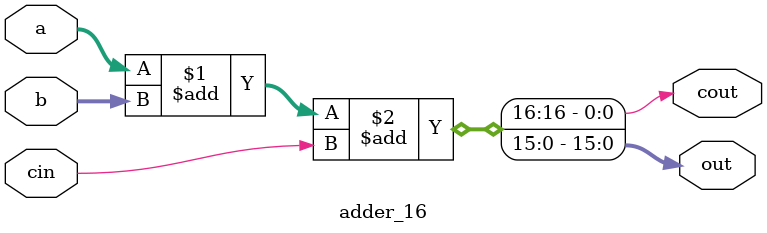
<source format=v>

module adder_16(a, b, cin, out, cout);
    
    output wire [15:0]  out;
    output wire          cout;

    input   [15:0]  a; 
    input   [15:0]  b;
    input           cin;

  assign { cout, out } = a + b + cin;

endmodule
</source>
